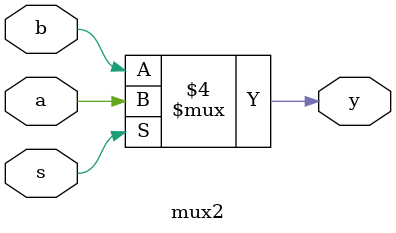
<source format=v>
module mux2(a, b, s, y); //1bits 2-to-1 MUX
  input a, b; 
  input s;
  output y;
  reg y;
  
  always@(a,b,s) begin
    if(s==0) begin
      y=b;
    end
    else begin
      y=a;
    end
  end
  
endmodule

</source>
